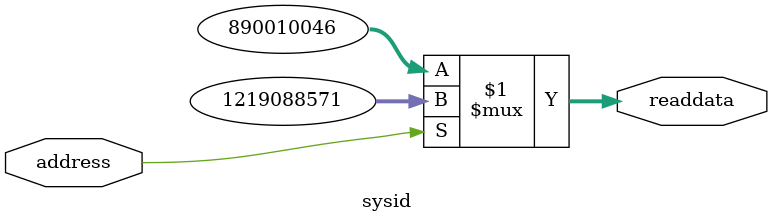
<source format=v>

`timescale 1ns / 1ps
// synthesis translate_on

// turn off superfluous verilog processor warnings 
// altera message_level Level1 
// altera message_off 10034 10035 10036 10037 10230 10240 10030 

module sysid (
               // inputs:
                address,

               // outputs:
                readdata
             )
;

  output  [ 31: 0] readdata;
  input            address;

  wire    [ 31: 0] readdata;
  //control_slave, which is an e_avalon_slave
  assign readdata = address ? 1219088571 : 890010046;

endmodule


</source>
